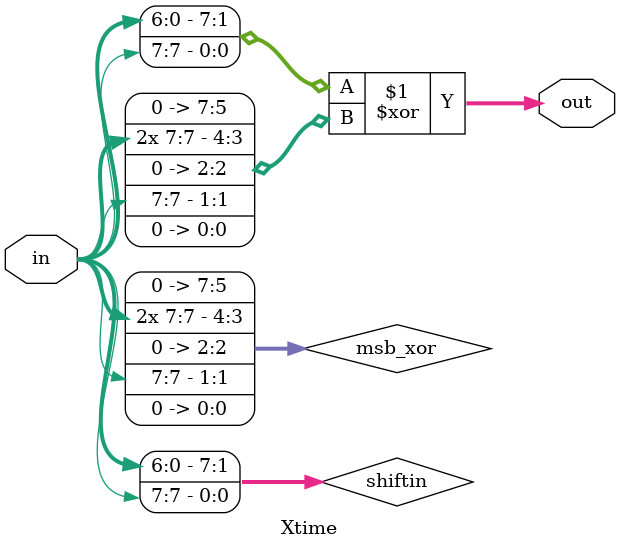
<source format=v>
module MixColumn (
    in,out,dec,out_test // out_test is original mixcolumn(include xor)
);
//in : 16 byte array, out : 4*4*4 byte array
//in:    A0  A4  A8  A12
//       A1  A5  A9  A13
//       A2  A6  A10 A14
//       A3  A7  A11 A15

//out : first layer first column --> C0 4 component (4 byte)
//                  sec          --> C1
//      second      first        --> C4
//{C0,C1,C2...C15}
input [127:0] in;
input dec;
output [511:0] out;
output [127:0] out_test;



//MixOneColumn m1(.in(A[0:3]),.out(C[0:3]),.dec(dec));
MixOneColumn m1(.in(in[127:96]),.out(out[511:384]),.dec(dec)); // one output layer
MixOneColumn m2(.in(in[95:64]),.out(out[383:256]),.dec(dec));
MixOneColumn m3(.in(in[63:32]),.out(out[255:128]),.dec(dec));
MixOneColumn m4(.in(in[31:0]),.out(out[127:0]),.dec(dec));

wire [31:0] C_beforeXOR [0:15];
wire [7:0] C_afterXOR [0:15];
assign {C_beforeXOR[0],C_beforeXOR[1],C_beforeXOR[2],C_beforeXOR[3],
        C_beforeXOR[4],C_beforeXOR[5],C_beforeXOR[6],C_beforeXOR[7],
        C_beforeXOR[8],C_beforeXOR[9],C_beforeXOR[10],C_beforeXOR[11],
        C_beforeXOR[12],C_beforeXOR[13],C_beforeXOR[14],C_beforeXOR[15]} = out;

assign out_test = { C_afterXOR[0],  C_afterXOR[1],  C_afterXOR[2],  C_afterXOR[3],
                    C_afterXOR[4],  C_afterXOR[5],  C_afterXOR[6],  C_afterXOR[7],
                    C_afterXOR[8],  C_afterXOR[9],  C_afterXOR[10], C_afterXOR[11],
                    C_afterXOR[12], C_afterXOR[13], C_afterXOR[14], C_afterXOR[15]};

genvar i;
generate
    for (i=0;i<16;i=i+1) begin
        assign C_afterXOR[i] = (
        C_beforeXOR[i][31:24] ^ C_beforeXOR[i][23:16] ^ C_beforeXOR[i][15:8] ^ C_beforeXOR[i][7:0]
        );
    end
endgenerate

    

endmodule

module MixOneColumn(in,out,dec);
input [31:0] in;
input dec;
output [127:0] out;//one layer
/*multiply matrix
ProductGenerator mapping
E B D 9      4 2 3 1     A0
9 E B D  --\ 1 4 2 3  X  A1
D 9 E B  --/ 3 1 4 2     A2
B D 9 E      2 3 1 4     A3
*/
wire [7:0] A [0:3];//input
wire [7:0] C0 [0:3]; // one output column
wire [7:0] C1 [0:3];
wire [7:0] C2 [0:3];
wire [7:0] C3 [0:3];
assign out = {C0[0],C0[1],C0[2],C0[3],
              C1[0],C1[1],C1[2],C1[3],
              C2[0],C2[1],C2[2],C2[3],
              C3[0],C3[1],C3[2],C3[3]};

assign A[0] = in[31:24];
assign A[1] = in[23:16];
assign A[2] = in[15:8];
assign A[3] = in[7:0];

ProductGenerator p0(.in(A[0]),.dec(dec),.out1(C1[0]),.out2(C3[0]),.out3(C2[0]),.out4(C0[0]));
ProductGenerator p1(.in(A[1]),.dec(dec),.out1(C2[1]),.out2(C0[1]),.out3(C3[1]),.out4(C1[1]));
ProductGenerator p2(.in(A[2]),.dec(dec),.out1(C3[2]),.out2(C1[2]),.out3(C0[2]),.out4(C2[2]));
ProductGenerator p3(.in(A[3]),.dec(dec),.out1(C0[3]),.out2(C2[3]),.out3(C1[3]),.out4(C3[3]));


endmodule


module ProductGenerator (
    in,dec,out1,out2,out3,out4
);//out1:1/9 out2:3/B out3:1/D out4:2/E

input [7:0] in;
input dec;
output [7:0] out1,out2,out3,out4;

wire [7:0] inx2,inx4,inx8; // inx4,inx8 = 0 when enc
wire [7:0] muxx2;// = 0 when enc

assign muxx2 = (dec)? inx2 : 0;

Xtime x1(.in(in),.out(inx2));
Xtime x2(.in(muxx2),.out(inx4));
Xtime x3(.in(inx4),.out(inx8));

assign out1 = in ^ inx8;
assign out2 = inx2 ^ out1;
assign out3 = inx4 ^ out1;
assign out4 = inx8 ^ inx4 ^ inx2;

    
endmodule

module Xtime(
    in,out
);

input [7:0] in;
output [7:0] out;

wire [7:0] shiftin;
wire [7:0] msb_xor;

assign shiftin[7:1] = in[6:0];
assign shiftin[0]   = in[7];

assign msb_xor = {3'b0,in[7],in[7],1'b0,in[7],1'b0};

assign out = shiftin ^ msb_xor;

endmodule
</source>
